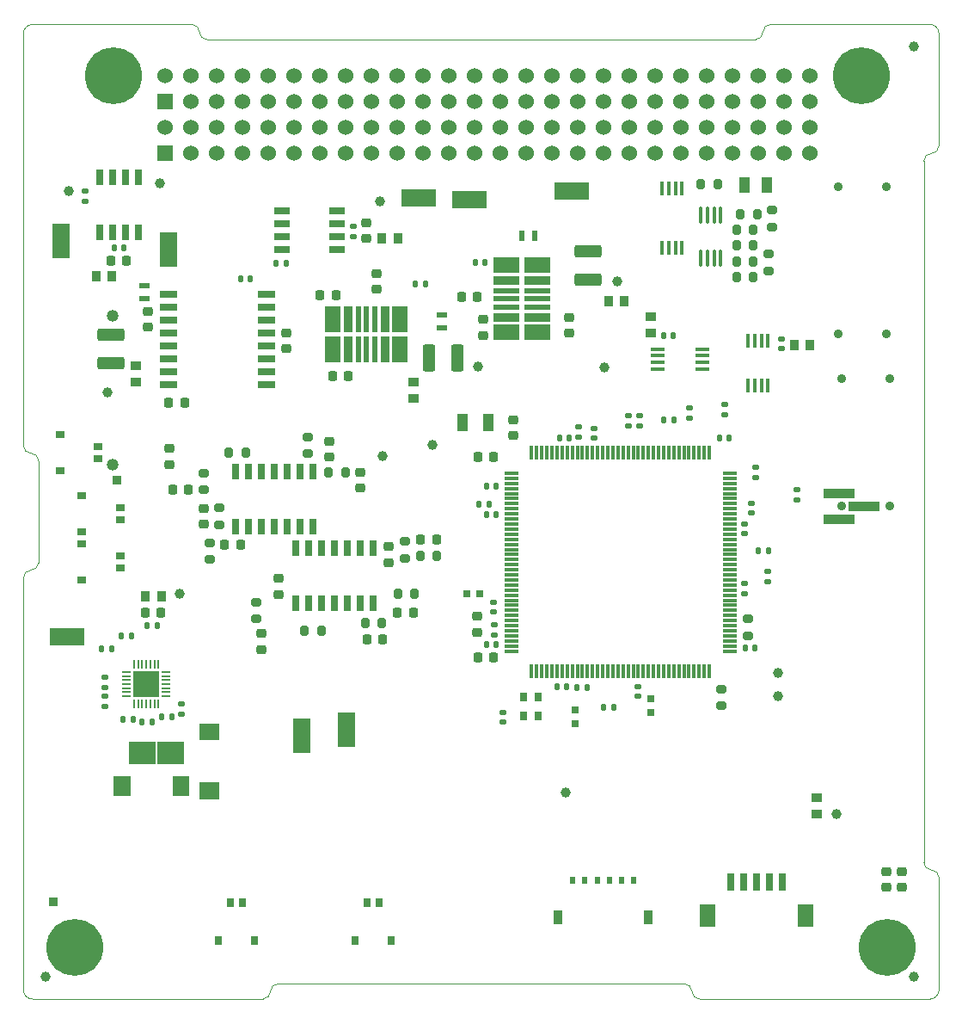
<source format=gbr>
%TF.GenerationSoftware,KiCad,Pcbnew,6.0.7-f9a2dced07~116~ubuntu20.04.1*%
%TF.CreationDate,2022-10-11T04:26:54+03:00*%
%TF.ProjectId,obc-adcs-board,6f62632d-6164-4637-932d-626f6172642e,rev?*%
%TF.SameCoordinates,PX3e2df80PY83e4a60*%
%TF.FileFunction,Soldermask,Bot*%
%TF.FilePolarity,Negative*%
%FSLAX46Y46*%
G04 Gerber Fmt 4.6, Leading zero omitted, Abs format (unit mm)*
G04 Created by KiCad (PCBNEW 6.0.7-f9a2dced07~116~ubuntu20.04.1) date 2022-10-11 04:26:54*
%MOMM*%
%LPD*%
G01*
G04 APERTURE LIST*
G04 Aperture macros list*
%AMRoundRect*
0 Rectangle with rounded corners*
0 $1 Rounding radius*
0 $2 $3 $4 $5 $6 $7 $8 $9 X,Y pos of 4 corners*
0 Add a 4 corners polygon primitive as box body*
4,1,4,$2,$3,$4,$5,$6,$7,$8,$9,$2,$3,0*
0 Add four circle primitives for the rounded corners*
1,1,$1+$1,$2,$3*
1,1,$1+$1,$4,$5*
1,1,$1+$1,$6,$7*
1,1,$1+$1,$8,$9*
0 Add four rect primitives between the rounded corners*
20,1,$1+$1,$2,$3,$4,$5,0*
20,1,$1+$1,$4,$5,$6,$7,0*
20,1,$1+$1,$6,$7,$8,$9,0*
20,1,$1+$1,$8,$9,$2,$3,0*%
G04 Aperture macros list end*
%TA.AperFunction,Profile*%
%ADD10C,0.100000*%
%TD*%
%ADD11C,0.010000*%
%ADD12C,5.600000*%
%ADD13C,0.900000*%
%ADD14C,1.190000*%
%ADD15R,0.850000X0.850000*%
%ADD16R,1.530000X1.530000*%
%ADD17C,1.530000*%
%ADD18RoundRect,0.135000X0.185000X-0.135000X0.185000X0.135000X-0.185000X0.135000X-0.185000X-0.135000X0*%
%ADD19R,0.600000X0.650000*%
%ADD20R,0.850000X1.340000*%
%ADD21R,0.450000X1.475000*%
%ADD22R,1.780000X3.430000*%
%ADD23R,1.020000X0.950000*%
%ADD24RoundRect,0.200000X-0.275000X0.200000X-0.275000X-0.200000X0.275000X-0.200000X0.275000X0.200000X0*%
%ADD25RoundRect,0.200000X0.275000X-0.200000X0.275000X0.200000X-0.275000X0.200000X-0.275000X-0.200000X0*%
%ADD26R,1.475000X0.300000*%
%ADD27R,0.300000X1.475000*%
%ADD28R,0.700000X1.800000*%
%ADD29R,1.600000X2.200000*%
%ADD30RoundRect,0.135000X-0.185000X0.135000X-0.185000X-0.135000X0.185000X-0.135000X0.185000X0.135000X0*%
%ADD31RoundRect,0.200000X-0.200000X-0.275000X0.200000X-0.275000X0.200000X0.275000X-0.200000X0.275000X0*%
%ADD32C,1.000000*%
%ADD33RoundRect,0.140000X0.140000X0.170000X-0.140000X0.170000X-0.140000X-0.170000X0.140000X-0.170000X0*%
%ADD34RoundRect,0.225000X-0.250000X0.225000X-0.250000X-0.225000X0.250000X-0.225000X0.250000X0.225000X0*%
%ADD35RoundRect,0.225000X0.225000X0.250000X-0.225000X0.250000X-0.225000X-0.250000X0.225000X-0.250000X0*%
%ADD36RoundRect,0.140000X0.170000X-0.140000X0.170000X0.140000X-0.170000X0.140000X-0.170000X-0.140000X0*%
%ADD37RoundRect,0.200000X0.200000X0.275000X-0.200000X0.275000X-0.200000X-0.275000X0.200000X-0.275000X0*%
%ADD38R,1.000000X0.600000*%
%ADD39R,0.700000X0.900000*%
%ADD40R,0.750000X0.900000*%
%ADD41RoundRect,0.140000X-0.170000X0.140000X-0.170000X-0.140000X0.170000X-0.140000X0.170000X0.140000X0*%
%ADD42R,0.650000X1.528000*%
%ADD43RoundRect,0.225000X-0.225000X-0.250000X0.225000X-0.250000X0.225000X0.250000X-0.225000X0.250000X0*%
%ADD44RoundRect,0.140000X-0.140000X-0.170000X0.140000X-0.170000X0.140000X0.170000X-0.140000X0.170000X0*%
%ADD45R,1.400000X0.450000*%
%ADD46RoundRect,0.100000X-0.100000X0.712500X-0.100000X-0.712500X0.100000X-0.712500X0.100000X0.712500X0*%
%ADD47RoundRect,0.225000X0.250000X-0.225000X0.250000X0.225000X-0.250000X0.225000X-0.250000X-0.225000X0*%
%ADD48RoundRect,0.135000X0.135000X0.185000X-0.135000X0.185000X-0.135000X-0.185000X0.135000X-0.185000X0*%
%ADD49R,0.600000X1.000000*%
%ADD50R,1.010000X0.940000*%
%ADD51R,1.000000X1.800000*%
%ADD52R,3.430000X1.780000*%
%ADD53RoundRect,0.250000X-0.375000X-1.075000X0.375000X-1.075000X0.375000X1.075000X-0.375000X1.075000X0*%
%ADD54R,0.940000X1.010000*%
%ADD55R,0.940000X1.020000*%
%ADD56R,0.450000X1.400000*%
%ADD57R,1.550000X2.550000*%
%ADD58R,0.950000X2.550000*%
%ADD59R,0.550000X2.550000*%
%ADD60RoundRect,0.250000X-1.075000X0.375000X-1.075000X-0.375000X1.075000X-0.375000X1.075000X0.375000X0*%
%ADD61RoundRect,0.050000X0.387500X0.050000X-0.387500X0.050000X-0.387500X-0.050000X0.387500X-0.050000X0*%
%ADD62RoundRect,0.050000X0.050000X0.387500X-0.050000X0.387500X-0.050000X-0.387500X0.050000X-0.387500X0*%
%ADD63R,2.600000X2.600000*%
%ADD64R,0.900000X0.700000*%
%ADD65R,0.900000X0.750000*%
%ADD66R,0.700000X0.650000*%
%ADD67RoundRect,0.135000X-0.135000X-0.185000X0.135000X-0.185000X0.135000X0.185000X-0.135000X0.185000X0*%
%ADD68R,0.650000X0.700000*%
%ADD69R,1.000000X1.500000*%
%ADD70R,0.650000X1.525000*%
%ADD71R,1.700000X0.700000*%
%ADD72R,2.550000X1.550000*%
%ADD73R,2.550000X0.950000*%
%ADD74R,2.550000X0.550000*%
%ADD75R,1.528000X0.650000*%
%ADD76R,0.800000X0.900000*%
G04 APERTURE END LIST*
D10*
X1600000Y43065000D02*
X1600000Y53065000D01*
X66685000Y120000D02*
X89370000Y120000D01*
X850000Y42315000D02*
G75*
G03*
X100000Y41565000I0J-750000D01*
G01*
X65935000Y870000D02*
G75*
G03*
X65185000Y1620000I-750000J0D01*
G01*
X72185000Y94510000D02*
G75*
G03*
X72935000Y95260000I0J750000D01*
G01*
X90270000Y12065000D02*
X90270000Y1020000D01*
X850000Y42315000D02*
G75*
G03*
X1600000Y43065000I0J750000D01*
G01*
X25185000Y1620000D02*
G75*
G03*
X24435000Y870000I0J-750000D01*
G01*
X18185000Y94510000D02*
X72185000Y94510000D01*
X100000Y41565000D02*
X100000Y1010000D01*
X73685000Y96010000D02*
G75*
G03*
X72935000Y95260000I0J-750000D01*
G01*
X1000000Y96010000D02*
G75*
G03*
X100000Y95110000I0J-900000D01*
G01*
X100000Y1010000D02*
G75*
G03*
X1000000Y110000I900000J0D01*
G01*
X88770000Y13565000D02*
X88770000Y82565000D01*
X90270000Y12065000D02*
G75*
G03*
X89520000Y12815000I-750000J0D01*
G01*
X89520000Y83315000D02*
G75*
G03*
X88770000Y82565000I0J-750000D01*
G01*
X88770000Y13565000D02*
G75*
G03*
X89520000Y12815000I750000J0D01*
G01*
X25185000Y1620000D02*
X65185000Y1620000D01*
X73685000Y96010000D02*
X89370000Y96010000D01*
X89520000Y83315000D02*
G75*
G03*
X90270000Y84065000I0J750000D01*
G01*
X89370000Y120000D02*
G75*
G03*
X90270000Y1020000I0J900000D01*
G01*
X1600000Y53065000D02*
G75*
G03*
X850000Y53815000I-750000J0D01*
G01*
X23685000Y120000D02*
G75*
G03*
X24435000Y870000I0J750000D01*
G01*
X90270000Y95110000D02*
G75*
G03*
X89370000Y96010000I-900000J0D01*
G01*
X17435000Y95260000D02*
G75*
G03*
X18185000Y94510000I750000J0D01*
G01*
X100000Y54565000D02*
G75*
G03*
X850000Y53815000I750000J0D01*
G01*
X1000000Y96010000D02*
X16685000Y96010000D01*
X90270000Y95110000D02*
X90270000Y84065000D01*
X100000Y95110000D02*
X100000Y54565000D01*
X17435000Y95260000D02*
G75*
G03*
X16685000Y96010000I-750000J0D01*
G01*
X23685000Y120000D02*
X1000000Y110000D01*
X65935000Y870000D02*
G75*
G03*
X66685000Y120000I750000J0D01*
G01*
%TO.C,U20*%
G36*
X16425000Y20125000D02*
G01*
X14775000Y20125000D01*
X14775000Y22075000D01*
X16425000Y22075000D01*
X16425000Y20125000D01*
G37*
G36*
X10625000Y20125000D02*
G01*
X8975000Y20125000D01*
X8975000Y22075000D01*
X10625000Y22075000D01*
X10625000Y20125000D01*
G37*
%TO.C,U19*%
G36*
X19375000Y19775000D02*
G01*
X17425000Y19775000D01*
X17425000Y21425000D01*
X19375000Y21425000D01*
X19375000Y19775000D01*
G37*
G36*
X19375000Y25575000D02*
G01*
X17425000Y25575000D01*
X17425000Y27225000D01*
X19375000Y27225000D01*
X19375000Y25575000D01*
G37*
%TO.C,J20*%
G36*
X81854000Y49449000D02*
G01*
X78882000Y49449000D01*
X78882000Y50291000D01*
X81854000Y50291000D01*
X81854000Y49449000D01*
G37*
D11*
X81854000Y49449000D02*
X78882000Y49449000D01*
X78882000Y50291000D01*
X81854000Y50291000D01*
X81854000Y49449000D01*
G36*
X81854000Y46909000D02*
G01*
X78882000Y46909000D01*
X78882000Y47751000D01*
X81854000Y47751000D01*
X81854000Y46909000D01*
G37*
X81854000Y46909000D02*
X78882000Y46909000D01*
X78882000Y47751000D01*
X81854000Y47751000D01*
X81854000Y46909000D01*
G36*
X84318000Y48179000D02*
G01*
X81346000Y48179000D01*
X81346000Y49021000D01*
X84318000Y49021000D01*
X84318000Y48179000D01*
G37*
X84318000Y48179000D02*
X81346000Y48179000D01*
X81346000Y49021000D01*
X84318000Y49021000D01*
X84318000Y48179000D01*
%TO.C,U18*%
G36*
X13125000Y23200000D02*
G01*
X10475000Y23200000D01*
X10475000Y25400000D01*
X13125000Y25400000D01*
X13125000Y23200000D01*
G37*
G36*
X15925000Y23200000D02*
G01*
X13275000Y23200000D01*
X13275000Y25400000D01*
X15925000Y25400000D01*
X15925000Y23200000D01*
G37*
%TD*%
D12*
%TO.C,H2*%
X82630000Y90930000D03*
%TD*%
%TO.C,H3*%
X5180000Y5190000D03*
%TD*%
D13*
%TO.C,J5*%
X80350000Y80050000D03*
X85100000Y65550000D03*
X85100000Y80050000D03*
X80350000Y65550000D03*
%TD*%
D12*
%TO.C,H4*%
X85170000Y5210000D03*
%TD*%
%TO.C,H1*%
X8990000Y90930000D03*
%TD*%
D14*
%TO.C,J3*%
X8900000Y52707500D03*
X8900000Y67317500D03*
%TD*%
D15*
%TO.C,J10*%
X3000000Y9700000D03*
%TD*%
D13*
%TO.C,J4*%
X80650000Y61150000D03*
X80650000Y48650000D03*
X85400000Y48650000D03*
X85400000Y61150000D03*
%TD*%
D16*
%TO.C,J1*%
X14048000Y83309000D03*
D17*
X14048000Y85849000D03*
X16588000Y83309000D03*
X16588000Y85849000D03*
X19128000Y83309000D03*
X19128000Y85849000D03*
X21668000Y83309000D03*
X21668000Y85849000D03*
X24208000Y83309000D03*
X24208000Y85849000D03*
X26748000Y83309000D03*
X26748000Y85849000D03*
X29288000Y83309000D03*
X29288000Y85849000D03*
X31828000Y83309000D03*
X31828000Y85849000D03*
X34368000Y83309000D03*
X34368000Y85849000D03*
X36908000Y83309000D03*
X36908000Y85849000D03*
X39448000Y83309000D03*
X39448000Y85849000D03*
X41988000Y83309000D03*
X41988000Y85849000D03*
X44528000Y83309000D03*
X44528000Y85849000D03*
X47068000Y83309000D03*
X47068000Y85849000D03*
X49608000Y83309000D03*
X49608000Y85849000D03*
X52148000Y83309000D03*
X52148000Y85849000D03*
X54688000Y83309000D03*
X54688000Y85849000D03*
X57228000Y83309000D03*
X57228000Y85849000D03*
X59768000Y83309000D03*
X59768000Y85849000D03*
X62308000Y83309000D03*
X62308000Y85849000D03*
X64848000Y83309000D03*
X64848000Y85849000D03*
X67388000Y83309000D03*
X67388000Y85849000D03*
X69928000Y83309000D03*
X69928000Y85849000D03*
X72468000Y83309000D03*
X72468000Y85849000D03*
X75008000Y83309000D03*
X75008000Y85849000D03*
X77548000Y83309000D03*
X77548000Y85849000D03*
%TD*%
D16*
%TO.C,J2*%
X14048000Y88389000D03*
D17*
X14048000Y90929000D03*
X16588000Y88389000D03*
X16588000Y90929000D03*
X19128000Y88389000D03*
X19128000Y90929000D03*
X21668000Y88389000D03*
X21668000Y90929000D03*
X24208000Y88389000D03*
X24208000Y90929000D03*
X26748000Y88389000D03*
X26748000Y90929000D03*
X29288000Y88389000D03*
X29288000Y90929000D03*
X31828000Y88389000D03*
X31828000Y90929000D03*
X34368000Y88389000D03*
X34368000Y90929000D03*
X36908000Y88389000D03*
X36908000Y90929000D03*
X39448000Y88389000D03*
X39448000Y90929000D03*
X41988000Y88389000D03*
X41988000Y90929000D03*
X44528000Y88389000D03*
X44528000Y90929000D03*
X47068000Y88389000D03*
X47068000Y90929000D03*
X49608000Y88389000D03*
X49608000Y90929000D03*
X52148000Y88389000D03*
X52148000Y90929000D03*
X54688000Y88389000D03*
X54688000Y90929000D03*
X57228000Y88389000D03*
X57228000Y90929000D03*
X59768000Y88389000D03*
X59768000Y90929000D03*
X62308000Y88389000D03*
X62308000Y90929000D03*
X64848000Y88389000D03*
X64848000Y90929000D03*
X67388000Y88389000D03*
X67388000Y90929000D03*
X69928000Y88389000D03*
X69928000Y90929000D03*
X72468000Y88389000D03*
X72468000Y90929000D03*
X75008000Y88389000D03*
X75008000Y90929000D03*
X77548000Y88389000D03*
X77548000Y90929000D03*
%TD*%
D18*
%TO.C,R125*%
X8100000Y30790000D03*
X8100000Y31810000D03*
%TD*%
D19*
%TO.C,J24*%
X60200000Y11838000D03*
X59000000Y11838000D03*
X57800000Y11838000D03*
X56600000Y11838000D03*
X55400000Y11838000D03*
X54200000Y11838000D03*
D20*
X52775000Y8133000D03*
X61625000Y8133000D03*
%TD*%
D21*
%TO.C,Q10*%
X63025000Y79888000D03*
X63675000Y79888000D03*
X64325000Y79888000D03*
X64975000Y79888000D03*
X64975000Y74012000D03*
X64325000Y74012000D03*
X63675000Y74012000D03*
X63025000Y74012000D03*
%TD*%
D22*
%TO.C,TP42*%
X3800000Y74700000D03*
%TD*%
D23*
%TO.C,F15*%
X78200000Y19885000D03*
X78200000Y18315000D03*
%TD*%
D24*
%TO.C,R104*%
X28100000Y55425000D03*
X28100000Y53775000D03*
%TD*%
D25*
%TO.C,R119*%
X18460000Y43355000D03*
X18460000Y45005000D03*
%TD*%
D26*
%TO.C,U16*%
X48162000Y34350000D03*
X48162000Y34850000D03*
X48162000Y35350000D03*
X48162000Y35850000D03*
X48162000Y36350000D03*
X48162000Y36850000D03*
X48162000Y37350000D03*
X48162000Y37850000D03*
X48162000Y38350000D03*
X48162000Y38850000D03*
X48162000Y39350000D03*
X48162000Y39850000D03*
X48162000Y40350000D03*
X48162000Y40850000D03*
X48162000Y41350000D03*
X48162000Y41850000D03*
X48162000Y42350000D03*
X48162000Y42850000D03*
X48162000Y43350000D03*
X48162000Y43850000D03*
X48162000Y44350000D03*
X48162000Y44850000D03*
X48162000Y45350000D03*
X48162000Y45850000D03*
X48162000Y46350000D03*
X48162000Y46850000D03*
X48162000Y47350000D03*
X48162000Y47850000D03*
X48162000Y48350000D03*
X48162000Y48850000D03*
X48162000Y49350000D03*
X48162000Y49850000D03*
X48162000Y50350000D03*
X48162000Y50850000D03*
X48162000Y51350000D03*
X48162000Y51850000D03*
D27*
X50150000Y53838000D03*
X50650000Y53838000D03*
X51150000Y53838000D03*
X51650000Y53838000D03*
X52150000Y53838000D03*
X52650000Y53838000D03*
X53150000Y53838000D03*
X53650000Y53838000D03*
X54150000Y53838000D03*
X54650000Y53838000D03*
X55150000Y53838000D03*
X55650000Y53838000D03*
X56150000Y53838000D03*
X56650000Y53838000D03*
X57150000Y53838000D03*
X57650000Y53838000D03*
X58150000Y53838000D03*
X58650000Y53838000D03*
X59150000Y53838000D03*
X59650000Y53838000D03*
X60150000Y53838000D03*
X60650000Y53838000D03*
X61150000Y53838000D03*
X61650000Y53838000D03*
X62150000Y53838000D03*
X62650000Y53838000D03*
X63150000Y53838000D03*
X63650000Y53838000D03*
X64150000Y53838000D03*
X64650000Y53838000D03*
X65150000Y53838000D03*
X65650000Y53838000D03*
X66150000Y53838000D03*
X66650000Y53838000D03*
X67150000Y53838000D03*
X67650000Y53838000D03*
D26*
X69638000Y51850000D03*
X69638000Y51350000D03*
X69638000Y50850000D03*
X69638000Y50350000D03*
X69638000Y49850000D03*
X69638000Y49350000D03*
X69638000Y48850000D03*
X69638000Y48350000D03*
X69638000Y47850000D03*
X69638000Y47350000D03*
X69638000Y46850000D03*
X69638000Y46350000D03*
X69638000Y45850000D03*
X69638000Y45350000D03*
X69638000Y44850000D03*
X69638000Y44350000D03*
X69638000Y43850000D03*
X69638000Y43350000D03*
X69638000Y42850000D03*
X69638000Y42350000D03*
X69638000Y41850000D03*
X69638000Y41350000D03*
X69638000Y40850000D03*
X69638000Y40350000D03*
X69638000Y39850000D03*
X69638000Y39350000D03*
X69638000Y38850000D03*
X69638000Y38350000D03*
X69638000Y37850000D03*
X69638000Y37350000D03*
X69638000Y36850000D03*
X69638000Y36350000D03*
X69638000Y35850000D03*
X69638000Y35350000D03*
X69638000Y34850000D03*
X69638000Y34350000D03*
D27*
X67650000Y32362000D03*
X67150000Y32362000D03*
X66650000Y32362000D03*
X66150000Y32362000D03*
X65650000Y32362000D03*
X65150000Y32362000D03*
X64650000Y32362000D03*
X64150000Y32362000D03*
X63650000Y32362000D03*
X63150000Y32362000D03*
X62650000Y32362000D03*
X62150000Y32362000D03*
X61650000Y32362000D03*
X61150000Y32362000D03*
X60650000Y32362000D03*
X60150000Y32362000D03*
X59650000Y32362000D03*
X59150000Y32362000D03*
X58650000Y32362000D03*
X58150000Y32362000D03*
X57650000Y32362000D03*
X57150000Y32362000D03*
X56650000Y32362000D03*
X56150000Y32362000D03*
X55650000Y32362000D03*
X55150000Y32362000D03*
X54650000Y32362000D03*
X54150000Y32362000D03*
X53650000Y32362000D03*
X53150000Y32362000D03*
X52650000Y32362000D03*
X52150000Y32362000D03*
X51650000Y32362000D03*
X51150000Y32362000D03*
X50650000Y32362000D03*
X50150000Y32362000D03*
%TD*%
D28*
%TO.C,J23*%
X69800000Y11600000D03*
X71050000Y11600000D03*
X72300000Y11600000D03*
X73550000Y11600000D03*
X74800000Y11600000D03*
D29*
X67450000Y8300000D03*
X77150000Y8300000D03*
%TD*%
D30*
%TO.C,R102*%
X60800000Y57510000D03*
X60800000Y56490000D03*
%TD*%
D31*
%TO.C,R115*%
X39175000Y43700000D03*
X40825000Y43700000D03*
%TD*%
D32*
%TO.C,TP38*%
X57300000Y62300000D03*
%TD*%
D33*
%TO.C,C99*%
X13255000Y36900000D03*
X12295000Y36900000D03*
%TD*%
D18*
%TO.C,R129*%
X15650000Y28140000D03*
X15650000Y29160000D03*
%TD*%
D31*
%TO.C,R89*%
X70325000Y75800000D03*
X71975000Y75800000D03*
%TD*%
D34*
%TO.C,C62*%
X30200000Y54975000D03*
X30200000Y53425000D03*
%TD*%
D35*
%TO.C,C74*%
X15975000Y58800000D03*
X14425000Y58800000D03*
%TD*%
D36*
%TO.C,C55*%
X56300000Y55320000D03*
X56300000Y56280000D03*
%TD*%
D18*
%TO.C,R92*%
X76250000Y49240000D03*
X76250000Y50260000D03*
%TD*%
D37*
%TO.C,R107*%
X21975000Y53850000D03*
X20325000Y53850000D03*
%TD*%
D35*
%TO.C,C60*%
X46425000Y53438000D03*
X44875000Y53438000D03*
%TD*%
D32*
%TO.C,TP52*%
X53500000Y20450000D03*
%TD*%
D37*
%TO.C,R87*%
X72375000Y77350000D03*
X70725000Y77350000D03*
%TD*%
D38*
%TO.C,D2*%
X41300000Y66175000D03*
X41300000Y67425000D03*
%TD*%
D34*
%TO.C,C70*%
X14450000Y54275000D03*
X14450000Y52725000D03*
%TD*%
D18*
%TO.C,R91*%
X6200000Y78590000D03*
X6200000Y79610000D03*
%TD*%
D39*
%TO.C,J26*%
X21650000Y9610000D03*
X20450000Y9610000D03*
D40*
X22825000Y5860000D03*
X19275000Y5860000D03*
%TD*%
D41*
%TO.C,C50*%
X74750000Y65080000D03*
X74750000Y64120000D03*
%TD*%
D37*
%TO.C,R103*%
X71975000Y72700000D03*
X70325000Y72700000D03*
%TD*%
D35*
%TO.C,C91*%
X46375000Y33750000D03*
X44825000Y33750000D03*
%TD*%
%TO.C,C97*%
X13625000Y38150000D03*
X12075000Y38150000D03*
%TD*%
D42*
%TO.C,U10*%
X11405000Y75589000D03*
X10135000Y75589000D03*
X8865000Y75589000D03*
X7595000Y75589000D03*
X7595000Y81011000D03*
X8865000Y81011000D03*
X10135000Y81011000D03*
X11405000Y81011000D03*
%TD*%
D43*
%TO.C,C66*%
X30525000Y61400000D03*
X32075000Y61400000D03*
%TD*%
D32*
%TO.C,TP43*%
X8400000Y59800000D03*
%TD*%
D44*
%TO.C,C67*%
X38720000Y70500000D03*
X39680000Y70500000D03*
%TD*%
D35*
%TO.C,C87*%
X38475000Y38100000D03*
X36925000Y38100000D03*
%TD*%
D45*
%TO.C,U13*%
X67000000Y64075000D03*
X67000000Y63425000D03*
X67000000Y62775000D03*
X67000000Y62125000D03*
X62600000Y62125000D03*
X62600000Y62775000D03*
X62600000Y63425000D03*
X62600000Y64075000D03*
%TD*%
D46*
%TO.C,U8*%
X66825000Y77212500D03*
X67475000Y77212500D03*
X68125000Y77212500D03*
X68775000Y77212500D03*
X68775000Y72987500D03*
X68125000Y72987500D03*
X67475000Y72987500D03*
X66825000Y72987500D03*
%TD*%
D41*
%TO.C,C79*%
X60625000Y30880000D03*
X60625000Y29920000D03*
%TD*%
D32*
%TO.C,TP37*%
X58600000Y70700000D03*
%TD*%
D47*
%TO.C,C57*%
X48300000Y55575000D03*
X48300000Y57125000D03*
%TD*%
D25*
%TO.C,R124*%
X19400000Y46775000D03*
X19400000Y48425000D03*
%TD*%
D36*
%TO.C,C81*%
X71150000Y40020000D03*
X71150000Y40980000D03*
%TD*%
D44*
%TO.C,C52*%
X63120000Y65400000D03*
X64080000Y65400000D03*
%TD*%
D41*
%TO.C,C85*%
X46400000Y39180000D03*
X46400000Y38220000D03*
%TD*%
D48*
%TO.C,R94*%
X64210000Y57100000D03*
X63190000Y57100000D03*
%TD*%
D32*
%TO.C,TP33*%
X35200000Y78600000D03*
%TD*%
D34*
%TO.C,C86*%
X44750000Y37775000D03*
X44750000Y36225000D03*
%TD*%
D49*
%TO.C,D1*%
X50425000Y75200000D03*
X49175000Y75200000D03*
%TD*%
D37*
%TO.C,R116*%
X29425000Y36350000D03*
X27775000Y36350000D03*
%TD*%
D44*
%TO.C,C75*%
X9020000Y74050000D03*
X9980000Y74050000D03*
%TD*%
D47*
%TO.C,C95*%
X36100000Y43075000D03*
X36100000Y44625000D03*
%TD*%
D38*
%TO.C,D3*%
X12000000Y69075000D03*
X12000000Y70325000D03*
%TD*%
D50*
%TO.C,F12*%
X11200000Y60810000D03*
X11200000Y62390000D03*
%TD*%
D31*
%TO.C,R93*%
X70325000Y71150000D03*
X71975000Y71150000D03*
%TD*%
D18*
%TO.C,R109*%
X73400000Y41140000D03*
X73400000Y42160000D03*
%TD*%
D43*
%TO.C,C93*%
X33925000Y35500000D03*
X35475000Y35500000D03*
%TD*%
D47*
%TO.C,C102*%
X86600000Y11125000D03*
X86600000Y12675000D03*
%TD*%
D32*
%TO.C,FID6*%
X2300000Y2300000D03*
%TD*%
D47*
%TO.C,C72*%
X12350000Y66215000D03*
X12350000Y67765000D03*
%TD*%
D44*
%TO.C,C77*%
X71170000Y34650000D03*
X72130000Y34650000D03*
%TD*%
D51*
%TO.C,Y3*%
X43350000Y56800000D03*
X45850000Y56800000D03*
%TD*%
D47*
%TO.C,C51*%
X53800000Y65625000D03*
X53800000Y67175000D03*
%TD*%
%TO.C,C48*%
X33900000Y74925000D03*
X33900000Y76475000D03*
%TD*%
D43*
%TO.C,C56*%
X29325000Y69400000D03*
X30875000Y69400000D03*
%TD*%
D52*
%TO.C,TP50*%
X4400000Y35800000D03*
%TD*%
D32*
%TO.C,TP45*%
X74400000Y32200000D03*
%TD*%
D41*
%TO.C,C89*%
X47350000Y28330000D03*
X47350000Y27370000D03*
%TD*%
D33*
%TO.C,C90*%
X45940000Y48810000D03*
X44980000Y48810000D03*
%TD*%
D53*
%TO.C,L2*%
X40050000Y63150000D03*
X42850000Y63150000D03*
%TD*%
D54*
%TO.C,F8*%
X77590000Y64450000D03*
X76010000Y64450000D03*
%TD*%
D55*
%TO.C,F13*%
X7260000Y71200000D03*
X8840000Y71200000D03*
%TD*%
D44*
%TO.C,C76*%
X52670000Y30825000D03*
X53630000Y30825000D03*
%TD*%
D56*
%TO.C,U11*%
X73425000Y60450000D03*
X72775000Y60450000D03*
X72125000Y60450000D03*
X71475000Y60450000D03*
X71475000Y64850000D03*
X72125000Y64850000D03*
X72775000Y64850000D03*
X73425000Y64850000D03*
%TD*%
D22*
%TO.C,TP48*%
X27500000Y26000000D03*
%TD*%
D24*
%TO.C,R108*%
X17900000Y51875000D03*
X17900000Y50225000D03*
%TD*%
D44*
%TO.C,C69*%
X21470000Y70950000D03*
X22430000Y70950000D03*
%TD*%
D35*
%TO.C,C92*%
X40775000Y45300000D03*
X39225000Y45300000D03*
%TD*%
D30*
%TO.C,R97*%
X65700000Y58310000D03*
X65700000Y57290000D03*
%TD*%
D44*
%TO.C,C53*%
X52870000Y55350000D03*
X53830000Y55350000D03*
%TD*%
D47*
%TO.C,C58*%
X25990000Y64085000D03*
X25990000Y65635000D03*
%TD*%
D52*
%TO.C,TP34*%
X39000000Y78900000D03*
%TD*%
D18*
%TO.C,R96*%
X72200000Y51390000D03*
X72200000Y52410000D03*
%TD*%
D48*
%TO.C,R126*%
X14710000Y27900000D03*
X13690000Y27900000D03*
%TD*%
D57*
%TO.C,U14*%
X30600000Y67000000D03*
D58*
X32100000Y67000000D03*
D59*
X33100000Y67000000D03*
X33900000Y67000000D03*
X34700000Y67000000D03*
D58*
X35700000Y67000000D03*
D57*
X37200000Y67000000D03*
X37200000Y64000000D03*
D58*
X35700000Y64000000D03*
D59*
X34700000Y64000000D03*
X33900000Y64000000D03*
X33100000Y64000000D03*
D58*
X32100000Y64000000D03*
D57*
X30600000Y64000000D03*
%TD*%
D52*
%TO.C,TP32*%
X44000000Y78800000D03*
%TD*%
D47*
%TO.C,C101*%
X85100000Y11125000D03*
X85100000Y12675000D03*
%TD*%
D50*
%TO.C,F9*%
X61850000Y67240000D03*
X61850000Y65660000D03*
%TD*%
D25*
%TO.C,R95*%
X73450000Y71775000D03*
X73450000Y73425000D03*
%TD*%
D60*
%TO.C,L3*%
X8750000Y65450000D03*
X8750000Y62650000D03*
%TD*%
D25*
%TO.C,R123*%
X23050000Y37525000D03*
X23050000Y39175000D03*
%TD*%
D61*
%TO.C,U17*%
X14137500Y32300000D03*
X14137500Y31900000D03*
X14137500Y31500000D03*
X14137500Y31100000D03*
X14137500Y30700000D03*
X14137500Y30300000D03*
X14137500Y29900000D03*
D62*
X13400000Y29162500D03*
X13000000Y29162500D03*
X12600000Y29162500D03*
X12200000Y29162500D03*
X11800000Y29162500D03*
X11400000Y29162500D03*
X11000000Y29162500D03*
D61*
X10262500Y29900000D03*
X10262500Y30300000D03*
X10262500Y30700000D03*
X10262500Y31100000D03*
X10262500Y31500000D03*
X10262500Y31900000D03*
X10262500Y32300000D03*
D62*
X11000000Y33037500D03*
X11400000Y33037500D03*
X11800000Y33037500D03*
X12200000Y33037500D03*
X12600000Y33037500D03*
X13000000Y33037500D03*
X13400000Y33037500D03*
D63*
X12200000Y31100000D03*
%TD*%
D32*
%TO.C,TP46*%
X74400000Y29900000D03*
%TD*%
D41*
%TO.C,C82*%
X71150000Y46880000D03*
X71150000Y45920000D03*
%TD*%
D64*
%TO.C,J21*%
X9610000Y47300000D03*
X9610000Y48500000D03*
D65*
X5860000Y46125000D03*
X5860000Y49675000D03*
%TD*%
D43*
%TO.C,C71*%
X8725000Y72800000D03*
X10275000Y72800000D03*
%TD*%
D30*
%TO.C,R127*%
X8100000Y29910000D03*
X8100000Y28890000D03*
%TD*%
D66*
%TO.C,FL4*%
X61900000Y28325000D03*
X61900000Y29675000D03*
%TD*%
D67*
%TO.C,R128*%
X11790000Y27350000D03*
X12810000Y27350000D03*
%TD*%
D68*
%TO.C,FL6*%
X43725000Y40000000D03*
X45075000Y40000000D03*
%TD*%
D31*
%TO.C,R118*%
X36975000Y40000000D03*
X38625000Y40000000D03*
%TD*%
D55*
%TO.C,F7*%
X36990000Y75000000D03*
X35410000Y75000000D03*
%TD*%
D39*
%TO.C,J25*%
X35138500Y9624825D03*
X33938500Y9624825D03*
D40*
X36313500Y5874825D03*
X32763500Y5874825D03*
%TD*%
D33*
%TO.C,C80*%
X55580000Y30800000D03*
X54620000Y30800000D03*
%TD*%
D69*
%TO.C,F6*%
X73300000Y80250000D03*
X71100000Y80250000D03*
%TD*%
D64*
%TO.C,J22*%
X9610000Y42550000D03*
X9610000Y43750000D03*
D65*
X5860000Y41375000D03*
X5860000Y44925000D03*
%TD*%
D22*
%TO.C,TP44*%
X14400000Y73900000D03*
%TD*%
D64*
%TO.C,J19*%
X7460000Y53300000D03*
X7460000Y54500000D03*
D65*
X3710000Y52125000D03*
X3710000Y55675000D03*
%TD*%
D35*
%TO.C,C61*%
X44775000Y69200000D03*
X43225000Y69200000D03*
%TD*%
D67*
%TO.C,R105*%
X24990000Y72500000D03*
X26010000Y72500000D03*
%TD*%
D30*
%TO.C,R98*%
X54800000Y56410000D03*
X54800000Y55390000D03*
%TD*%
D32*
%TO.C,TP51*%
X80200000Y18300000D03*
%TD*%
D70*
%TO.C,IC8*%
X26890000Y44462000D03*
X28160000Y44462000D03*
X29430000Y44462000D03*
X30700000Y44462000D03*
X31970000Y44462000D03*
X33240000Y44462000D03*
X34510000Y44462000D03*
X34510000Y39038000D03*
X33240000Y39038000D03*
X31970000Y39038000D03*
X30700000Y39038000D03*
X29430000Y39038000D03*
X28160000Y39038000D03*
X26890000Y39038000D03*
%TD*%
D18*
%TO.C,R99*%
X69150000Y57590000D03*
X69150000Y58610000D03*
%TD*%
D31*
%TO.C,R100*%
X70325000Y74250000D03*
X71975000Y74250000D03*
%TD*%
D24*
%TO.C,R90*%
X73800000Y77725000D03*
X73800000Y76075000D03*
%TD*%
D71*
%TO.C,U15*%
X14405000Y60555000D03*
X14405000Y61825000D03*
X14405000Y63095000D03*
X14405000Y64365000D03*
X14405000Y65635000D03*
X14405000Y66905000D03*
X14405000Y68175000D03*
X14405000Y69445000D03*
X24055000Y69445000D03*
X24055000Y68175000D03*
X24055000Y66905000D03*
X24055000Y65635000D03*
X24055000Y64365000D03*
X24055000Y63095000D03*
X24055000Y61825000D03*
X24055000Y60555000D03*
%TD*%
D33*
%TO.C,C63*%
X46680000Y50550000D03*
X45720000Y50550000D03*
%TD*%
D30*
%TO.C,R101*%
X59700000Y57510000D03*
X59700000Y56490000D03*
%TD*%
D25*
%TO.C,R114*%
X37650000Y43475000D03*
X37650000Y45125000D03*
%TD*%
D22*
%TO.C,TP47*%
X31950000Y26650000D03*
%TD*%
D48*
%TO.C,R110*%
X73460000Y44200000D03*
X72440000Y44200000D03*
%TD*%
D24*
%TO.C,R112*%
X68800000Y30625000D03*
X68800000Y28975000D03*
%TD*%
D15*
%TO.C,J18*%
X9300000Y51200000D03*
%TD*%
D41*
%TO.C,C88*%
X46450000Y36910000D03*
X46450000Y35950000D03*
%TD*%
D33*
%TO.C,C64*%
X45580000Y72600000D03*
X44620000Y72600000D03*
%TD*%
D32*
%TO.C,FID4*%
X87800000Y93800000D03*
%TD*%
D31*
%TO.C,R106*%
X30175000Y51900000D03*
X31825000Y51900000D03*
%TD*%
D32*
%TO.C,TP41*%
X35500000Y53500000D03*
%TD*%
D34*
%TO.C,C65*%
X33300000Y51925000D03*
X33300000Y50375000D03*
%TD*%
D72*
%TO.C,U12*%
X47700000Y65700000D03*
D73*
X47700000Y67200000D03*
D74*
X47700000Y68200000D03*
X47700000Y69000000D03*
X47700000Y69800000D03*
D73*
X47700000Y70800000D03*
D72*
X47700000Y72300000D03*
X50700000Y72300000D03*
D73*
X50700000Y70800000D03*
D74*
X50700000Y69800000D03*
X50700000Y69000000D03*
X50700000Y68200000D03*
D73*
X50700000Y67200000D03*
D72*
X50700000Y65700000D03*
%TD*%
D33*
%TO.C,C83*%
X46680000Y35000000D03*
X45720000Y35000000D03*
%TD*%
D34*
%TO.C,C100*%
X17900000Y48375000D03*
X17900000Y46825000D03*
%TD*%
D47*
%TO.C,C84*%
X25250000Y39925000D03*
X25250000Y41475000D03*
%TD*%
D75*
%TO.C,U9*%
X31011000Y77705000D03*
X31011000Y76435000D03*
X31011000Y75165000D03*
X31011000Y73895000D03*
X25589000Y73895000D03*
X25589000Y75165000D03*
X25589000Y76435000D03*
X25589000Y77705000D03*
%TD*%
D54*
%TO.C,F14*%
X12110000Y39700000D03*
X13690000Y39700000D03*
%TD*%
D76*
%TO.C,Y4*%
X49325000Y27975000D03*
X49325000Y29825000D03*
X50775000Y29825000D03*
X50775000Y27975000D03*
%TD*%
D44*
%TO.C,C54*%
X68620000Y55350000D03*
X69580000Y55350000D03*
%TD*%
D32*
%TO.C,TP49*%
X15500000Y40000000D03*
%TD*%
D50*
%TO.C,F11*%
X38500000Y59200000D03*
X38500000Y60780000D03*
%TD*%
D36*
%TO.C,C78*%
X71750000Y47920000D03*
X71750000Y48880000D03*
%TD*%
D70*
%TO.C,IC7*%
X20990000Y52012000D03*
X22260000Y52012000D03*
X23530000Y52012000D03*
X24800000Y52012000D03*
X26070000Y52012000D03*
X27340000Y52012000D03*
X28610000Y52012000D03*
X28610000Y46588000D03*
X27340000Y46588000D03*
X26070000Y46588000D03*
X24800000Y46588000D03*
X23530000Y46588000D03*
X22260000Y46588000D03*
X20990000Y46588000D03*
%TD*%
D67*
%TO.C,R120*%
X9690000Y35850000D03*
X10710000Y35850000D03*
%TD*%
D31*
%TO.C,R88*%
X66825000Y80300000D03*
X68475000Y80300000D03*
%TD*%
D67*
%TO.C,R111*%
X57190000Y28800000D03*
X58210000Y28800000D03*
%TD*%
D33*
%TO.C,C94*%
X46680000Y47800000D03*
X45720000Y47800000D03*
%TD*%
D31*
%TO.C,R117*%
X33775000Y37100000D03*
X35425000Y37100000D03*
%TD*%
D52*
%TO.C,TP31*%
X54100000Y79600000D03*
%TD*%
D47*
%TO.C,C59*%
X45400000Y65425000D03*
X45400000Y66975000D03*
%TD*%
D24*
%TO.C,R113*%
X71450000Y37525000D03*
X71450000Y35875000D03*
%TD*%
D66*
%TO.C,FL5*%
X54450000Y27225000D03*
X54450000Y28575000D03*
%TD*%
D32*
%TO.C,TP35*%
X4600000Y79600000D03*
%TD*%
%TO.C,TP36*%
X13510000Y80360000D03*
%TD*%
%TO.C,TP39*%
X44850000Y62350000D03*
%TD*%
D60*
%TO.C,L1*%
X55700000Y73700000D03*
X55700000Y70900000D03*
%TD*%
D48*
%TO.C,R122*%
X10910000Y27660000D03*
X9890000Y27660000D03*
%TD*%
D47*
%TO.C,C68*%
X34900000Y69925000D03*
X34900000Y71475000D03*
%TD*%
D35*
%TO.C,C96*%
X21475000Y44800000D03*
X19925000Y44800000D03*
%TD*%
D54*
%TO.C,F10*%
X59290000Y68800000D03*
X57710000Y68800000D03*
%TD*%
D47*
%TO.C,C98*%
X23500000Y34525000D03*
X23500000Y36075000D03*
%TD*%
D32*
%TO.C,FID5*%
X87800000Y2300000D03*
%TD*%
D36*
%TO.C,C49*%
X32600000Y75170000D03*
X32600000Y76130000D03*
%TD*%
D32*
%TO.C,TP40*%
X40400000Y54600000D03*
%TD*%
D35*
%TO.C,C73*%
X16375000Y50200000D03*
X14825000Y50200000D03*
%TD*%
D48*
%TO.C,R121*%
X8810000Y34600000D03*
X7790000Y34600000D03*
%TD*%
M02*

</source>
